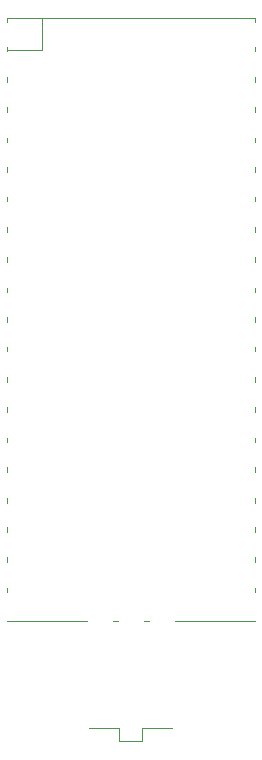
<source format=gto>
G04 #@! TF.GenerationSoftware,KiCad,Pcbnew,5.1.6+dfsg1-1*
G04 #@! TF.CreationDate,2021-10-17T21:52:56+02:00*
G04 #@! TF.ProjectId,picoprobe-pcb,7069636f-7072-46f6-9265-2d7063622e6b,rev?*
G04 #@! TF.SameCoordinates,Original*
G04 #@! TF.FileFunction,Legend,Top*
G04 #@! TF.FilePolarity,Positive*
%FSLAX46Y46*%
G04 Gerber Fmt 4.6, Leading zero omitted, Abs format (unit mm)*
G04 Created by KiCad (PCBNEW 5.1.6+dfsg1-1) date 2021-10-17 21:52:56*
%MOMM*%
%LPD*%
G01*
G04 APERTURE LIST*
%ADD10C,0.120000*%
%ADD11O,1.800000X1.800000*%
%ADD12R,1.800000X1.800000*%
%ADD13R,0.860000X1.850000*%
%ADD14O,0.860000X1.850000*%
%ADD15R,1.800000X3.600000*%
%ADD16O,1.600000X1.600000*%
%ADD17O,1.900000X1.900000*%
%ADD18R,3.600000X1.800000*%
G04 APERTURE END LIST*
D10*
X134000000Y-100500000D02*
X136500000Y-100500000D01*
X138500000Y-100500000D02*
X141000000Y-100500000D01*
X138500000Y-101600000D02*
X138500000Y-100500000D01*
X136500000Y-101600000D02*
X138500000Y-101600000D01*
X136500000Y-100500000D02*
X136500000Y-101600000D01*
X138630000Y-91400000D02*
X139030000Y-91400000D01*
X136030000Y-91400000D02*
X136430000Y-91400000D01*
X148030000Y-91400000D02*
X141230000Y-91400000D01*
X148030000Y-81000000D02*
X148030000Y-81400000D01*
X148030000Y-73300000D02*
X148030000Y-73700000D01*
X148030000Y-47900000D02*
X148030000Y-48300000D01*
X148030000Y-40400000D02*
X148030000Y-40700000D01*
X148030000Y-63200000D02*
X148030000Y-63600000D01*
X148030000Y-78400000D02*
X148030000Y-78800000D01*
X148030000Y-58100000D02*
X148030000Y-58500000D01*
X148030000Y-53000000D02*
X148030000Y-53400000D01*
X148030000Y-65700000D02*
X148030000Y-66100000D01*
X148030000Y-70800000D02*
X148030000Y-71200000D01*
X148030000Y-86000000D02*
X148030000Y-86400000D01*
X148030000Y-88600000D02*
X148030000Y-89000000D01*
X148030000Y-83500000D02*
X148030000Y-83900000D01*
X148030000Y-50500000D02*
X148030000Y-50900000D01*
X148030000Y-42800000D02*
X148030000Y-43200000D01*
X148030000Y-45400000D02*
X148030000Y-45800000D01*
X148030000Y-75900000D02*
X148030000Y-76300000D01*
X148030000Y-68200000D02*
X148030000Y-68600000D01*
X148030000Y-60600000D02*
X148030000Y-61000000D01*
X148030000Y-55500000D02*
X148030000Y-55900000D01*
X127030000Y-88600000D02*
X127030000Y-89000000D01*
X127030000Y-86000000D02*
X127030000Y-86400000D01*
X127030000Y-83500000D02*
X127030000Y-83900000D01*
X127030000Y-81000000D02*
X127030000Y-81400000D01*
X127030000Y-78400000D02*
X127030000Y-78800000D01*
X127030000Y-75900000D02*
X127030000Y-76300000D01*
X127030000Y-73300000D02*
X127030000Y-73700000D01*
X127030000Y-70800000D02*
X127030000Y-71200000D01*
X127030000Y-68200000D02*
X127030000Y-68600000D01*
X127030000Y-65700000D02*
X127030000Y-66100000D01*
X127030000Y-63200000D02*
X127030000Y-63600000D01*
X127030000Y-60600000D02*
X127030000Y-61000000D01*
X127030000Y-58100000D02*
X127030000Y-58500000D01*
X127030000Y-55500000D02*
X127030000Y-55900000D01*
X127030000Y-53000000D02*
X127030000Y-53400000D01*
X127030000Y-50500000D02*
X127030000Y-50900000D01*
X127030000Y-47900000D02*
X127030000Y-48300000D01*
X127030000Y-45400000D02*
X127030000Y-45800000D01*
X127030000Y-42800000D02*
X127030000Y-43200000D01*
X127030000Y-40400000D02*
X127030000Y-40700000D01*
X130037000Y-43067000D02*
X130037000Y-40400000D01*
X127030000Y-43067000D02*
X130037000Y-43067000D01*
X133830000Y-91400000D02*
X127030000Y-91400000D01*
X127030000Y-40400000D02*
X148030000Y-40400000D01*
%LPC*%
D11*
X145240000Y-103000000D03*
X142700000Y-103000000D03*
X140160000Y-103000000D03*
X137620000Y-103000000D03*
X135080000Y-103000000D03*
X132540000Y-103000000D03*
D12*
X130000000Y-103000000D03*
D13*
X140080000Y-94825000D03*
X140080000Y-99175000D03*
X138810000Y-94825000D03*
X138810000Y-99175000D03*
X137540000Y-94825000D03*
X137540000Y-99175000D03*
X136270000Y-94825000D03*
X136270000Y-99175000D03*
X135000000Y-94825000D03*
D14*
X135000000Y-99175000D03*
D11*
X140070000Y-89800000D03*
D15*
X140070000Y-90700000D03*
D12*
X137530000Y-89800000D03*
D15*
X137530000Y-90700000D03*
D11*
X134990000Y-89800000D03*
D15*
X134990000Y-90700000D03*
D16*
X139955000Y-44930000D03*
X135105000Y-44930000D03*
D17*
X140255000Y-41900000D03*
X134805000Y-41900000D03*
D18*
X147320000Y-90030000D03*
X147320000Y-87490000D03*
X147320000Y-84950000D03*
X147320000Y-82410000D03*
X147320000Y-79870000D03*
X147320000Y-77330000D03*
X147320000Y-74790000D03*
X147320000Y-72250000D03*
X147320000Y-69710000D03*
X147320000Y-67170000D03*
X147320000Y-64630000D03*
X147320000Y-62090000D03*
X147320000Y-59550000D03*
X147320000Y-57010000D03*
X147320000Y-54470000D03*
X147320000Y-51930000D03*
X147320000Y-49390000D03*
X147320000Y-46850000D03*
X147320000Y-44310000D03*
X147320000Y-41770000D03*
X127740000Y-90030000D03*
X127740000Y-87490000D03*
X127740000Y-84950000D03*
X127740000Y-82410000D03*
X127740000Y-79870000D03*
X127740000Y-77330000D03*
X127740000Y-74790000D03*
X127740000Y-72250000D03*
X127740000Y-69710000D03*
X127740000Y-67170000D03*
X127740000Y-64630000D03*
X127740000Y-62090000D03*
X127740000Y-59550000D03*
X127740000Y-57010000D03*
X127740000Y-54470000D03*
X127740000Y-51930000D03*
X127740000Y-49390000D03*
X127740000Y-46850000D03*
X127740000Y-44310000D03*
X127740000Y-41770000D03*
D11*
X146420000Y-41770000D03*
X146420000Y-44310000D03*
D12*
X146420000Y-46850000D03*
D11*
X146420000Y-49390000D03*
X146420000Y-51930000D03*
X146420000Y-54470000D03*
X146420000Y-57010000D03*
D12*
X146420000Y-59550000D03*
D11*
X146420000Y-62090000D03*
X146420000Y-64630000D03*
X146420000Y-67170000D03*
X146420000Y-69710000D03*
D12*
X146420000Y-72250000D03*
D11*
X146420000Y-74790000D03*
X146420000Y-77330000D03*
X146420000Y-79870000D03*
X146420000Y-82410000D03*
D12*
X146420000Y-84950000D03*
D11*
X146420000Y-87490000D03*
X146420000Y-90030000D03*
X128640000Y-90030000D03*
X128640000Y-87490000D03*
D12*
X128640000Y-84950000D03*
D11*
X128640000Y-82410000D03*
X128640000Y-79870000D03*
X128640000Y-77330000D03*
X128640000Y-74790000D03*
D12*
X128640000Y-72250000D03*
D11*
X128640000Y-69710000D03*
X128640000Y-67170000D03*
X128640000Y-64630000D03*
X128640000Y-62090000D03*
D12*
X128640000Y-59550000D03*
D11*
X128640000Y-57010000D03*
X128640000Y-54470000D03*
X128640000Y-51930000D03*
X128640000Y-49390000D03*
D12*
X128640000Y-46850000D03*
D11*
X128640000Y-44310000D03*
X128640000Y-41770000D03*
M02*

</source>
